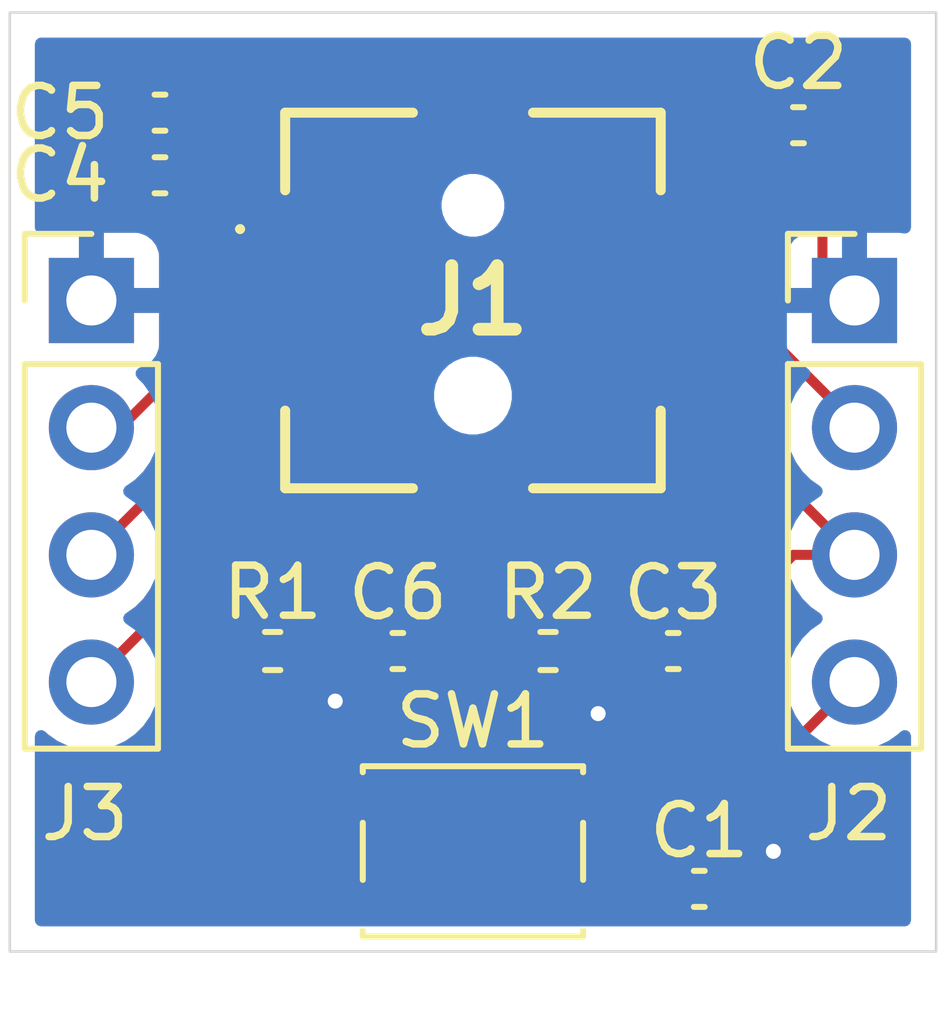
<source format=kicad_pcb>
(kicad_pcb (version 20240108) (generator "pcbnew") (generator_version "8.0")
  (layers (0 "F.Cu" signal) (31 "B.Cu" signal) (34 "B.Paste" user) (35 "F.Paste" user) (36 "B.SilkS" user "B.Silkscreen") (37 "F.SilkS" user "F.Silkscreen") (38 "B.Mask" user) (39 "F.Mask" user) (44 "Edge.Cuts" user))
  (net 0 "")
  (net 1 "GND")
  (net 2 "Net-(J2-Pin_4)")
  (net 3 "Net-(J1-B)")
  (net 4 "Net-(J1-D)")
  (net 5 "Net-(J1-A)")
  (net 6 "Net-(J1-CENTER)")
  (net 7 "Net-(J1-C)")
  (net 9 "Net-(J1-C{slash}M)")
  (net 11 "Net-(R1-Pad1)")
  (footprint "Capacitor_SMD:C_0402_1005Metric" (layer "F.Cu") (at 143.75 96.25)
    (property "Reference" "C5" (at -2 0 360) (layer "F.SilkS"))
    (property "Value" "C" (hide yes))
    (fp_line (start -0.107836 -0.36) (end 0.107836 -0.36) (stroke (width 0.12)) (layer "F.SilkS"))
    (fp_line (start -0.107836 0.36) (end 0.107836 0.36) (stroke (width 0.12)) (layer "F.SilkS"))
    (pad "1" smd roundrect (at -0.48 0) (size 0.56 0.62) (layers "F.Cu" "F.Paste" "F.Mask") (net 1 "GND"))
    (pad "2" smd roundrect (at 0.48 0) (size 0.56 0.62) (layers "F.Cu" "F.Paste" "F.Mask") (net 6 "Net-(J1-CENTER)"))
  )
  (footprint "Connector_PinHeader_2.54mm:PinHeader_1x04_P2.54mm_Vertical" (layer "F.Cu") (at 142.38 100)
    (property "Reference" "J3" (at -0.13 10.25 0) (layer "F.SilkS"))
    (property "Value" "Conn_01x04" (hide yes))
    (fp_line (start -1.33 -1.33) (end 0 -1.33) (stroke (width 0.12)) (layer "F.SilkS"))
    (fp_line (start -1.33 0) (end -1.33 -1.33) (stroke (width 0.12)) (layer "F.SilkS"))
    (fp_line (start -1.33 1.27) (end -1.33 8.95) (stroke (width 0.12)) (layer "F.SilkS"))
    (fp_line (start -1.33 1.27) (end 1.33 1.27) (stroke (width 0.12)) (layer "F.SilkS"))
    (fp_line (start -1.33 8.95) (end 1.33 8.95) (stroke (width 0.12)) (layer "F.SilkS"))
    (fp_line (start 1.33 1.27) (end 1.33 8.95) (stroke (width 0.12)) (layer "F.SilkS"))
    (pad "1" thru_hole rect (at 0 0) (size 1.7 1.7) (drill 1) (layers "*.Cu" "*.Mask") (net 1 "GND"))
    (pad "2" thru_hole oval (at 0 2.54) (size 1.7 1.7) (drill 1) (layers "*.Cu" "*.Mask") (net 5 "Net-(J1-A)"))
    (pad "3" thru_hole oval (at 0 5.08) (size 1.7 1.7) (drill 1) (layers "*.Cu" "*.Mask") (net 6 "Net-(J1-CENTER)"))
    (pad "4" thru_hole oval (at 0 7.62) (size 1.7 1.7) (drill 1) (layers "*.Cu" "*.Mask") (net 7 "Net-(J1-C)"))
  )
  (footprint "Resistor_SMD:R_0402_1005Metric" (layer "F.Cu") (at 146 107)
    (property "Reference" "R1" (at 0 -1.17 360) (layer "F.SilkS"))
    (property "Value" "R" (hide yes))
    (fp_line (start -0.153641 -0.38) (end 0.153641 -0.38) (stroke (width 0.12)) (layer "F.SilkS"))
    (fp_line (start -0.153641 0.38) (end 0.153641 0.38) (stroke (width 0.12)) (layer "F.SilkS"))
    (pad "1" smd roundrect (at -0.51 0) (size 0.54 0.64) (layers "F.Cu" "F.Paste" "F.Mask") (net 11 "Net-(R1-Pad1)"))
    (pad "2" smd roundrect (at 0.51 0) (size 0.54 0.64) (layers "F.Cu" "F.Paste" "F.Mask") (net 1 "GND"))
  )
  (footprint "Capacitor_SMD:C_0402_1005Metric" (layer "F.Cu") (at 154 107)
    (property "Reference" "C3" (at 0 -1.16 0) (layer "F.SilkS"))
    (property "Value" "C" (hide yes))
    (fp_line (start -0.107836 -0.36) (end 0.107836 -0.36) (stroke (width 0.12)) (layer "F.SilkS"))
    (fp_line (start -0.107836 0.36) (end 0.107836 0.36) (stroke (width 0.12)) (layer "F.SilkS"))
    (pad "1" smd roundrect (at -0.48 0) (size 0.56 0.62) (layers "F.Cu" "F.Paste" "F.Mask") (net 1 "GND"))
    (pad "2" smd roundrect (at 0.48 0) (size 0.56 0.62) (layers "F.Cu" "F.Paste" "F.Mask") (net 4 "Net-(J1-D)"))
  )
  (footprint "Capacitor_SMD:C_0402_1005Metric" (layer "F.Cu") (at 156.5 96.5 180)
    (property "Reference" "C2" (at 0 1.25 180) (layer "F.SilkS"))
    (property "Value" "C" (hide yes))
    (fp_line (start -0.107836 0.36) (end 0.107836 0.36) (stroke (width 0.12)) (layer "F.SilkS"))
    (fp_line (start -0.107836 -0.36) (end 0.107836 -0.36) (stroke (width 0.12)) (layer "F.SilkS"))
    (pad "1" smd roundrect (at -0.48 0 180) (size 0.56 0.62) (layers "F.Cu" "F.Paste" "F.Mask") (net 1 "GND"))
    (pad "2" smd roundrect (at 0.48 0 180) (size 0.56 0.62) (layers "F.Cu" "F.Paste" "F.Mask") (net 3 "Net-(J1-B)"))
  )
  (footprint "Capacitor_SMD:C_0402_1005Metric" (layer "F.Cu") (at 148.5 107)
    (property "Reference" "C6" (at 0 -1.16 0) (layer "F.SilkS"))
    (property "Value" "C" (hide yes))
    (fp_line (start -0.107836 -0.36) (end 0.107836 -0.36) (stroke (width 0.12)) (layer "F.SilkS"))
    (fp_line (start -0.107836 0.36) (end 0.107836 0.36) (stroke (width 0.12)) (layer "F.SilkS"))
    (pad "1" smd roundrect (at -0.48 0) (size 0.56 0.62) (layers "F.Cu" "F.Paste" "F.Mask") (net 1 "GND"))
    (pad "2" smd roundrect (at 0.48 0) (size 0.56 0.62) (layers "F.Cu" "F.Paste" "F.Mask") (net 7 "Net-(J1-C)"))
  )
  (footprint "Connector_PinHeader_2.54mm:PinHeader_1x04_P2.54mm_Vertical" (layer "F.Cu") (at 157.62 100)
    (property "Reference" "J2" (at -0.12 10.25 0) (layer "F.SilkS"))
    (property "Value" "Conn_01x04" (hide yes))
    (fp_line (start -1.33 -1.33) (end 0 -1.33) (stroke (width 0.12)) (layer "F.SilkS"))
    (fp_line (start -1.33 0) (end -1.33 -1.33) (stroke (width 0.12)) (layer "F.SilkS"))
    (fp_line (start -1.33 1.27) (end -1.33 8.95) (stroke (width 0.12)) (layer "F.SilkS"))
    (fp_line (start -1.33 1.27) (end 1.33 1.27) (stroke (width 0.12)) (layer "F.SilkS"))
    (fp_line (start -1.33 8.95) (end 1.33 8.95) (stroke (width 0.12)) (layer "F.SilkS"))
    (fp_line (start 1.33 1.27) (end 1.33 8.95) (stroke (width 0.12)) (layer "F.SilkS"))
    (pad "1" thru_hole rect (at 0 0) (size 1.7 1.7) (drill 1) (layers "*.Cu" "*.Mask") (net 1 "GND"))
    (pad "2" thru_hole oval (at 0 2.54) (size 1.7 1.7) (drill 1) (layers "*.Cu" "*.Mask") (net 3 "Net-(J1-B)"))
    (pad "3" thru_hole oval (at 0 5.08) (size 1.7 1.7) (drill 1) (layers "*.Cu" "*.Mask") (net 4 "Net-(J1-D)"))
    (pad "4" thru_hole oval (at 0 7.62) (size 1.7 1.7) (drill 1) (layers "*.Cu" "*.Mask") (net 2 "Net-(J2-Pin_4)"))
  )
  (footprint "Capacitor_SMD:C_0402_1005Metric" (layer "F.Cu") (at 154.52 111.75)
    (property "Reference" "C1" (at 0 -1.16 360) (layer "F.SilkS"))
    (property "Value" "C" (hide yes))
    (fp_line (start -0.107836 -0.36) (end 0.107836 -0.36) (stroke (width 0.12)) (layer "F.SilkS"))
    (fp_line (start -0.107836 0.36) (end 0.107836 0.36) (stroke (width 0.12)) (layer "F.SilkS"))
    (pad "1" smd roundrect (at -0.48 0) (size 0.56 0.62) (layers "F.Cu" "F.Paste" "F.Mask") (net 2 "Net-(J2-Pin_4)"))
    (pad "2" smd roundrect (at 0.48 0) (size 0.56 0.62) (layers "F.Cu" "F.Paste" "F.Mask") (net 1 "GND"))
  )
  (footprint "Capacitor_SMD:C_0402_1005Metric" (layer "F.Cu") (at 143.75 97.5 180)
    (property "Reference" "C4" (at 2 0 180) (layer "F.SilkS"))
    (property "Value" "C" (hide yes))
    (fp_line (start -0.107836 0.36) (end 0.107836 0.36) (stroke (width 0.12)) (layer "F.SilkS"))
    (fp_line (start -0.107836 -0.36) (end 0.107836 -0.36) (stroke (width 0.12)) (layer "F.SilkS"))
    (pad "1" smd roundrect (at -0.48 0 180) (size 0.56 0.62) (layers "F.Cu" "F.Paste" "F.Mask") (net 5 "Net-(J1-A)"))
    (pad "2" smd roundrect (at 0.48 0 180) (size 0.56 0.62) (layers "F.Cu" "F.Paste" "F.Mask") (net 1 "GND"))
  )
  (footprint "Project_Footprints:TE_24348041" (layer "F.Cu") (at 150 100)
    (property "Reference" "J1" (at 0 0 0) (layer "F.SilkS") (effects (font (size 1.27 1.27) (thickness 0.254))))
    (property "Value" "2434804-1" (hide yes))
    (fp_line (start -4.7 -1.425) (end -4.7 -1.425) (stroke (width 0.1)) (layer "F.SilkS"))
    (fp_line (start -4.6 -1.425) (end -4.6 -1.425) (stroke (width 0.1)) (layer "F.SilkS"))
    (fp_line (start -3.75 -3.75) (end -3.75 -2.2) (stroke (width 0.2)) (layer "F.SilkS"))
    (fp_line (start -3.75 2.2) (end -3.75 3.75) (stroke (width 0.2)) (layer "F.SilkS"))
    (fp_line (start -3.75 3.75) (end -1.2 3.75) (stroke (width 0.2)) (layer "F.SilkS"))
    (fp_line (start -1.2 -3.75) (end -3.75 -3.75) (stroke (width 0.2)) (layer "F.SilkS"))
    (fp_line (start 1.2 -3.75) (end 3.75 -3.75) (stroke (width 0.2)) (layer "F.SilkS"))
    (fp_line (start 1.2 3.75) (end 3.75 3.75) (stroke (width 0.2)) (layer "F.SilkS"))
    (fp_line (start 3.75 -3.75) (end 3.75 -2.2) (stroke (width 0.2)) (layer "F.SilkS"))
    (fp_line (start 3.75 3.75) (end 3.75 2.2) (stroke (width 0.2)) (layer "F.SilkS"))
    (fp_arc (start -4.7 -1.425) (mid -4.65 -1.475) (end -4.6 -1.425) (stroke (width 0.1)) (layer "F.SilkS"))
    (fp_arc (start -4.6 -1.425) (mid -4.65 -1.375) (end -4.7 -1.425) (stroke (width 0.1)) (layer "F.SilkS"))
    (pad "" np_thru_hole circle (at 0 -1.9) (size 0.75 0.75) (drill 0.75) (layers "*.Cu" "*.Mask"))
    (pad "" np_thru_hole circle (at 0 1.9) (size 1.05 1.05) (drill 1.05) (layers "*.Cu" "*.Mask"))
    (pad "1" smd rect (at -3.575 -1.425 90) (size 1 1.35) (layers "F.Cu" "F.Paste" "F.Mask") (net 5 "Net-(J1-A)"))
    (pad "2" smd rect (at -3.575 0 90) (size 1 1.35) (layers "F.Cu" "F.Paste" "F.Mask") (net 6 "Net-(J1-CENTER)"))
    (pad "3" smd rect (at -3.575 1.425 90) (size 1 1.35) (layers "F.Cu" "F.Paste" "F.Mask") (net 7 "Net-(J1-C)"))
    (pad "4" smd rect (at 3.575 -1.425 90) (size 1 1.35) (layers "F.Cu" "F.Paste" "F.Mask") (net 3 "Net-(J1-B)"))
    (pad "5" smd rect (at 3.575 0 90) (size 1 1.35) (layers "F.Cu" "F.Paste" "F.Mask") (net 9 "Net-(J1-C{slash}M)"))
    (pad "6" smd rect (at 3.575 1.425 90) (size 1 1.35) (layers "F.Cu" "F.Paste" "F.Mask") (net 4 "Net-(J1-D)"))
    (pad "MP1" smd rect (at 0 -4.05 90) (size 1.8 2) (layers "F.Cu" "F.Paste" "F.Mask"))
    (pad "MP2" smd rect (at 0 4.05 90) (size 1.8 2) (layers "F.Cu" "F.Paste" "F.Mask"))
  )
  (footprint "Button_Switch_SMD:SW_SPST_PTS810" (layer "F.Cu") (at 150 111)
    (property "Reference" "SW1" (at 0 -2.6 0) (layer "F.SilkS"))
    (property "Value" "SW_Push")
    (fp_line (start -2.2 -1.7) (end -2.2 -1.58) (stroke (width 0.12)) (layer "F.SilkS"))
    (fp_line (start -2.2 -0.57) (end -2.2 0.57) (stroke (width 0.12)) (layer "F.SilkS"))
    (fp_line (start -2.2 1.58) (end -2.2 1.7) (stroke (width 0.12)) (layer "F.SilkS"))
    (fp_line (start -2.2 1.7) (end 2.2 1.7) (stroke (width 0.12)) (layer "F.SilkS"))
    (fp_line (start 2.2 -1.7) (end -2.2 -1.7) (stroke (width 0.12)) (layer "F.SilkS"))
    (fp_line (start 2.2 -1.58) (end 2.2 -1.7) (stroke (width 0.12)) (layer "F.SilkS"))
    (fp_line (start 2.2 0.57) (end 2.2 -0.57) (stroke (width 0.12)) (layer "F.SilkS"))
    (fp_line (start 2.2 1.7) (end 2.2 1.58) (stroke (width 0.12)) (layer "F.SilkS"))
    (pad "1" smd rect (at -2.075 -1.075) (size 1.05 0.65) (layers "F.Cu" "F.Paste" "F.Mask") (net 11 "Net-(R1-Pad1)"))
    (pad "1" smd rect (at 2.075 -1.075) (size 1.05 0.65) (layers "F.Cu" "F.Paste" "F.Mask") (net 11 "Net-(R1-Pad1)"))
    (pad "2" smd rect (at -2.075 1.075) (size 1.05 0.65) (layers "F.Cu" "F.Paste" "F.Mask") (net 2 "Net-(J2-Pin_4)"))
    (pad "2" smd rect (at 2.075 1.075) (size 1.05 0.65) (layers "F.Cu" "F.Paste" "F.Mask") (net 2 "Net-(J2-Pin_4)"))
  )
  (footprint "Resistor_SMD:R_0402_1005Metric" (layer "F.Cu") (at 151.5 107)
    (property "Reference" "R2" (at 0 -1.17 0) (layer "F.SilkS"))
    (property "Value" "R" (hide yes))
    (fp_line (start -0.153641 -0.38) (end 0.153641 -0.38) (stroke (width 0.12)) (layer "F.SilkS"))
    (fp_line (start -0.153641 0.38) (end 0.153641 0.38) (stroke (width 0.12)) (layer "F.SilkS"))
    (pad "1" smd roundrect (at -0.51 0) (size 0.54 0.64) (layers "F.Cu" "F.Paste" "F.Mask") (net 9 "Net-(J1-C{slash}M)"))
    (pad "2" smd roundrect (at 0.51 0) (size 0.54 0.64) (layers "F.Cu" "F.Paste" "F.Mask") (net 1 "GND"))
  )
  (gr_rect (start 140.75 94.25) (end 159.25 113) (stroke (width 0.05)) (fill none) (layer "Edge.Cuts"))
  (segment (start 143.27 96.25) (end 143.27 97.5) (width 0.2) (layer "F.Cu") (net 1))
  (segment (start 143.27 97.73) (end 142.38 98.62) (width 0.2) (layer "F.Cu") (net 1))
  (segment (start 148.02 107) (end 148.02 107.23) (width 0.2) (layer "F.Cu") (net 1))
  (segment (start 153.52 107.23) (end 152.5 108.25) (width 0.2) (layer "F.Cu") (net 1))
  (segment (start 155 111.75) (end 155.25 111.75) (width 0.2) (layer "F.Cu") (net 1))
  (segment (start 156.98 96.5) (end 156.98 99.36) (width 0.2) (layer "F.Cu") (net 1))
  (segment (start 142.38 98.62) (end 142.38 100) (width 0.2) (layer "F.Cu") (net 1))
  (segment (start 148.02 107.23) (end 147.25 108) (width 0.2) (layer "F.Cu") (net 1))
  (segment (start 146.51 107) (end 146.51 107.26) (width 0.2) (layer "F.Cu") (net 1))
  (segment (start 143.27 97.5) (end 143.27 97.73) (width 0.2) (layer "F.Cu") (net 1))
  (segment (start 153.52 107) (end 153.52 107.23) (width 0.2) (layer "F.Cu") (net 1))
  (segment (start 156.98 99.36) (end 157.62 100) (width 0.2) (layer "F.Cu") (net 1))
  (segment (start 146.51 107.26) (end 147.25 108) (width 0.2) (layer "F.Cu") (net 1))
  (segment (start 155.25 111.75) (end 156 111) (width 0.2) (layer "F.Cu") (net 1))
  (segment (start 152.01 107) (end 152.01 107.76) (width 0.2) (layer "F.Cu") (net 1))
  (segment (start 152.01 107.76) (end 152.5 108.25) (width 0.2) (layer "F.Cu") (net 1))
  (via (at 156 111) (size 0.6) (drill 0.3) (layers "F.Cu" "B.Cu") (net 1))
  (via (at 152.5 108.25) (size 0.6) (drill 0.3) (layers "F.Cu" "B.Cu") (net 1))
  (via (at 147.25 108) (size 0.6) (drill 0.3) (layers "F.Cu" "B.Cu") (net 1))
  (segment (start 147.925 112.075) (end 152.075 112.075) (width 0.2) (layer "F.Cu") (net 2))
  (segment (start 153.715 112.075) (end 154.04 111.75) (width 0.2) (layer "F.Cu") (net 2))
  (segment (start 152.075 112.075) (end 153.715 112.075) (width 0.2) (layer "F.Cu") (net 2))
  (segment (start 154.04 111.2) (end 157.62 107.62) (width 0.2) (layer "F.Cu") (net 2))
  (segment (start 154.04 111.75) (end 154.04 111.2) (width 0.2) (layer "F.Cu") (net 2))
  (segment (start 153.575 98.575) (end 155.65 96.5) (width 0.2) (layer "F.Cu") (net 3))
  (segment (start 153.75 98.575) (end 157.62 102.445) (width 0.2) (layer "F.Cu") (net 3))
  (segment (start 153.575 98.575) (end 153.75 98.575) (width 0.2) (layer "F.Cu") (net 3))
  (segment (start 155.65 96.5) (end 156.02 96.5) (width 0.2) (layer "F.Cu") (net 3))
  (segment (start 157.62 102.445) (end 157.62 102.54) (width 0.2) (layer "F.Cu") (net 3))
  (segment (start 153.965 101.425) (end 157.62 105.08) (width 0.2) (layer "F.Cu") (net 4))
  (segment (start 156.4 105.08) (end 154.48 107) (width 0.2) (layer "F.Cu") (net 4))
  (segment (start 153.575 101.425) (end 153.965 101.425) (width 0.2) (layer "F.Cu") (net 4))
  (segment (start 157.62 105.08) (end 156.4 105.08) (width 0.2) (layer "F.Cu") (net 4))
  (segment (start 145.305 98.575) (end 144.23 97.5) (width 0.2) (layer "F.Cu") (net 5))
  (segment (start 144.75 99.13) (end 145.305 98.575) (width 0.2) (layer "F.Cu") (net 5))
  (segment (start 142.96 102.54) (end 144.75 100.75) (width 0.2) (layer "F.Cu") (net 5))
  (segment (start 144.75 100.75) (end 144.75 99.13) (width 0.2) (layer "F.Cu") (net 5))
  (segment (start 146.425 98.575) (end 145.305 98.575) (width 0.2) (layer "F.Cu") (net 5))
  (segment (start 142.38 102.54) (end 142.96 102.54) (width 0.2) (layer "F.Cu") (net 5))
  (segment (start 146.425 100) (end 147 100) (width 0.2) (layer "F.Cu") (net 6))
  (segment (start 147 100) (end 147.75 99.25) (width 0.2) (layer "F.Cu") (net 6))
  (segment (start 146.25 100) (end 144.5 101.75) (width 0.2) (layer "F.Cu") (net 6))
  (segment (start 146.425 100) (end 146.25 100) (width 0.2) (layer "F.Cu") (net 6))
  (segment (start 144.5 102.96) (end 142.38 105.08) (width 0.2) (layer "F.Cu") (net 6))
  (segment (start 147.75 97.75) (end 146.25 96.25) (width 0.2) (layer "F.Cu") (net 6))
  (segment (start 147.75 99.25) (end 147.75 97.75) (width 0.2) (layer "F.Cu") (net 6))
  (segment (start 144.5 101.75) (end 144.5 102.96) (width 0.2) (layer "F.Cu") (net 6))
  (segment (start 146.25 96.25) (end 144.23 96.25) (width 0.2) (layer "F.Cu") (net 6))
  (segment (start 146.425 101.425) (end 146.425 103.575) (width 0.2) (layer "F.Cu") (net 7))
  (segment (start 146.425 103.575) (end 142.38 107.62) (width 0.2) (layer "F.Cu") (net 7))
  (segment (start 148.98 106.13) (end 148.98 107) (width 0.2) (layer "F.Cu") (net 7))
  (segment (start 146.425 103.575) (end 148.98 106.13) (width 0.2) (layer "F.Cu") (net 7))
  (segment (start 150.99 106.01) (end 150.99 107) (width 0.2) (layer "F.Cu") (net 9))
  (segment (start 151.75 105.25) (end 150.99 106.01) (width 0.2) (layer "F.Cu") (net 9))
  (segment (start 153.575 100) (end 153.225 100) (width 0.2) (layer "F.Cu") (net 9))
  (segment (start 151.75 101.475) (end 151.75 105.25) (width 0.2) (layer "F.Cu") (net 9))
  (segment (start 153.225 100) (end 151.75 101.475) (width 0.2) (layer "F.Cu") (net 9))
  (segment (start 145.49 107.49) (end 145.49 107) (width 0.2) (layer "F.Cu") (net 11))
  (segment (start 147.925 109.925) (end 152.075 109.925) (width 0.2) (layer "F.Cu") (net 11))
  (segment (start 147.925 109.925) (end 145.49 107.49) (width 0.2) (layer "F.Cu") (net 11))
  (zone (net 1) (net_name "GND") (layer "B.Cu") (connect_pads (clearance 0.5)) (min_thickness 0.25) (fill yes (thermal_gap 0.5) (thermal_bridge_width 0.5))
    (polygon (pts (xy 159 94.75) (xy 159 112.5) (xy 141 112.5) (xy 141 94.75)))
  )
)
</source>
